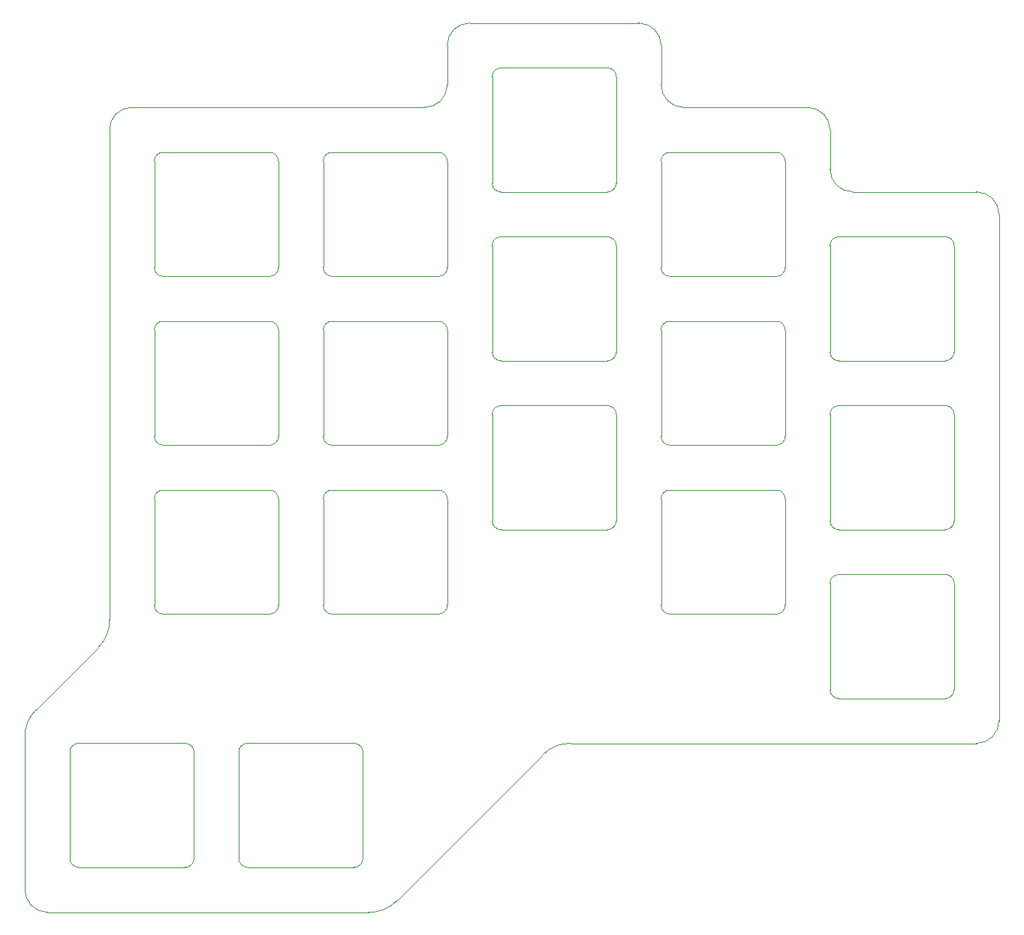
<source format=gm1>
%TF.GenerationSoftware,KiCad,Pcbnew,(6.0.6-1)-1*%
%TF.CreationDate,2022-07-19T11:16:55+08:00*%
%TF.ProjectId,Plate,506c6174-652e-46b6-9963-61645f706362,3*%
%TF.SameCoordinates,PX4955318PY48ab840*%
%TF.FileFunction,Profile,NP*%
%FSLAX46Y46*%
G04 Gerber Fmt 4.6, Leading zero omitted, Abs format (unit mm)*
G04 Created by KiCad (PCBNEW (6.0.6-1)-1) date 2022-07-19 11:16:55*
%MOMM*%
%LPD*%
G01*
G04 APERTURE LIST*
%TA.AperFunction,Profile*%
%ADD10C,0.120000*%
%TD*%
%TA.AperFunction,Profile*%
%ADD11C,0.100000*%
%TD*%
G04 APERTURE END LIST*
D10*
X59690000Y19050000D02*
X59690000Y14605000D01*
X30480001Y-50164985D02*
G75*
G03*
X27305000Y-51435000I-171201J-4175715D01*
G01*
X40640000Y28575000D02*
G75*
G03*
X38100000Y31115000I-2540000J0D01*
G01*
X16510000Y28575000D02*
X16510000Y24130000D01*
X43180000Y21590000D02*
X57150000Y21590000D01*
X78740000Y-47625000D02*
X78740000Y9525000D01*
X13970000Y21590000D02*
G75*
G03*
X16510000Y24130000I0J2540000D01*
G01*
X40640000Y28575000D02*
X40640000Y24130000D01*
X-22860001Y-39369999D02*
G75*
G03*
X-21590000Y-36195000I-2905419J3003669D01*
G01*
X-22860000Y-39370000D02*
X-29845000Y-46355000D01*
X19050000Y31115000D02*
G75*
G03*
X16510000Y28575000I0J-2540000D01*
G01*
X76200000Y-50165000D02*
G75*
G03*
X78740000Y-47625000I0J2540000D01*
G01*
X78740000Y9525000D02*
G75*
G03*
X76200000Y12065000I-2540000J0D01*
G01*
X-19050000Y21590000D02*
G75*
G03*
X-21590000Y19050000I0J-2540000D01*
G01*
X35560000Y31115000D02*
X38100000Y31115000D01*
X-19050000Y21590000D02*
X13970000Y21590000D01*
X76200000Y-50165000D02*
X30480000Y-50165000D01*
X59690000Y14605000D02*
G75*
G03*
X62230000Y12065000I2540000J0D01*
G01*
X-31115000Y-66675000D02*
G75*
G03*
X-28575000Y-69215000I2540000J0D01*
G01*
X-31115000Y-66675000D02*
X-31115000Y-49530000D01*
X62230000Y12065000D02*
X76200000Y12065000D01*
X7619999Y-69215015D02*
G75*
G03*
X10795000Y-67945000I171201J4175715D01*
G01*
X35560000Y31115000D02*
X19050000Y31115000D01*
X7620000Y-69215000D02*
X-28575000Y-69215000D01*
X59690000Y19050000D02*
G75*
G03*
X57150000Y21590000I-2540000J0D01*
G01*
X40640000Y24130000D02*
G75*
G03*
X43180000Y21590000I2540000J0D01*
G01*
X10795000Y-67945000D02*
X27305000Y-51435000D01*
X-29844999Y-46355001D02*
G75*
G03*
X-31115000Y-49530000I2905419J-3003669D01*
G01*
X-21590000Y19050000D02*
X-21590000Y-36195000D01*
D11*
X73675000Y-6000000D02*
X73675000Y6000000D01*
X59675000Y-6000000D02*
X59675000Y6000000D01*
X60675000Y7000000D02*
X72675000Y7000000D01*
X60675000Y-7000000D02*
X72675000Y-7000000D01*
X73675000Y6000000D02*
G75*
G03*
X72675000Y7000000I-1000000J0D01*
G01*
X60675000Y7000000D02*
G75*
G03*
X59675000Y6000000I-1J-999999D01*
G01*
X72675000Y-7000000D02*
G75*
G03*
X73675000Y-6000000I0J1000000D01*
G01*
X59675000Y-6000000D02*
G75*
G03*
X60675000Y-7000000I999999J-1D01*
G01*
X73675000Y-25050000D02*
X73675000Y-13050000D01*
X59675000Y-25050000D02*
X59675000Y-13050000D01*
X60675000Y-26050000D02*
X72675000Y-26050000D01*
X60675000Y-12050000D02*
X72675000Y-12050000D01*
X73675000Y-13050000D02*
G75*
G03*
X72675000Y-12050000I-1000000J0D01*
G01*
X59675000Y-25050000D02*
G75*
G03*
X60675000Y-26050000I999999J-1D01*
G01*
X72675000Y-26050000D02*
G75*
G03*
X73675000Y-25050000I0J1000000D01*
G01*
X60675000Y-12050000D02*
G75*
G03*
X59675000Y-13050000I-1J-999999D01*
G01*
X41625000Y-16525000D02*
X53625000Y-16525000D01*
X40625000Y-15525000D02*
X40625000Y-3525000D01*
X54625000Y-15525000D02*
X54625000Y-3525000D01*
X41625000Y-2525000D02*
X53625000Y-2525000D01*
X40625000Y-15525000D02*
G75*
G03*
X41625000Y-16525000I999999J-1D01*
G01*
X53625000Y-16525000D02*
G75*
G03*
X54625000Y-15525000I0J1000000D01*
G01*
X41625000Y-2525000D02*
G75*
G03*
X40625000Y-3525000I-1J-999999D01*
G01*
X54625000Y-3525000D02*
G75*
G03*
X53625000Y-2525000I-1000000J0D01*
G01*
X41625000Y16525000D02*
X53625000Y16525000D01*
X40625000Y3525000D02*
X40625000Y15525000D01*
X41625000Y2525000D02*
X53625000Y2525000D01*
X54625000Y3525000D02*
X54625000Y15525000D01*
X40625000Y3525000D02*
G75*
G03*
X41625000Y2525000I999999J-1D01*
G01*
X41625000Y16525000D02*
G75*
G03*
X40625000Y15525000I-1J-999999D01*
G01*
X53625000Y2525000D02*
G75*
G03*
X54625000Y3525000I0J1000000D01*
G01*
X54625000Y15525000D02*
G75*
G03*
X53625000Y16525000I-1000000J0D01*
G01*
X22575000Y26050000D02*
X34575000Y26050000D01*
X21575000Y13050000D02*
X21575000Y25050000D01*
X35575000Y13050000D02*
X35575000Y25050000D01*
X22575000Y12050000D02*
X34575000Y12050000D01*
X22575000Y26050000D02*
G75*
G03*
X21575000Y25050000I-1J-999999D01*
G01*
X34575000Y12050000D02*
G75*
G03*
X35575000Y13050000I0J1000000D01*
G01*
X21575000Y13050000D02*
G75*
G03*
X22575000Y12050000I999999J-1D01*
G01*
X35575000Y25050000D02*
G75*
G03*
X34575000Y26050000I-1000000J0D01*
G01*
X3525000Y16525000D02*
X15525000Y16525000D01*
X2525000Y3525000D02*
X2525000Y15525000D01*
X16525000Y3525000D02*
X16525000Y15525000D01*
X3525000Y2525000D02*
X15525000Y2525000D01*
X15525000Y2525000D02*
G75*
G03*
X16525000Y3525000I0J1000000D01*
G01*
X16525000Y15525000D02*
G75*
G03*
X15525000Y16525000I-1000000J0D01*
G01*
X3525000Y16525000D02*
G75*
G03*
X2525000Y15525000I-1J-999999D01*
G01*
X2525000Y3525000D02*
G75*
G03*
X3525000Y2525000I999999J-1D01*
G01*
X-2525000Y3525000D02*
X-2525000Y15525000D01*
X-15525000Y16525000D02*
X-3525000Y16525000D01*
X-15525000Y2525000D02*
X-3525000Y2525000D01*
X-16525000Y3525000D02*
X-16525000Y15525000D01*
X-3525000Y2525000D02*
G75*
G03*
X-2525000Y3525000I0J1000000D01*
G01*
X-16525000Y3525000D02*
G75*
G03*
X-15525000Y2525000I999999J-1D01*
G01*
X-15525000Y16525000D02*
G75*
G03*
X-16525000Y15525000I-1J-999999D01*
G01*
X-2525000Y15525000D02*
G75*
G03*
X-3525000Y16525000I-1000000J0D01*
G01*
X22575000Y7000000D02*
X34575000Y7000000D01*
X35575000Y-6000000D02*
X35575000Y6000000D01*
X21575000Y-6000000D02*
X21575000Y6000000D01*
X22575000Y-7000000D02*
X34575000Y-7000000D01*
X35575000Y6000000D02*
G75*
G03*
X34575000Y7000000I-1000000J0D01*
G01*
X34575000Y-7000000D02*
G75*
G03*
X35575000Y-6000000I0J1000000D01*
G01*
X21575000Y-6000000D02*
G75*
G03*
X22575000Y-7000000I999999J-1D01*
G01*
X22575000Y7000000D02*
G75*
G03*
X21575000Y6000000I-1J-999999D01*
G01*
X16525000Y-15525000D02*
X16525000Y-3525000D01*
X3525000Y-2525000D02*
X15525000Y-2525000D01*
X2525000Y-15525000D02*
X2525000Y-3525000D01*
X3525000Y-16525000D02*
X15525000Y-16525000D01*
X2525000Y-15525000D02*
G75*
G03*
X3525000Y-16525000I999999J-1D01*
G01*
X3525000Y-2525000D02*
G75*
G03*
X2525000Y-3525000I-1J-999999D01*
G01*
X16525000Y-3525000D02*
G75*
G03*
X15525000Y-2525000I-1000000J0D01*
G01*
X15525000Y-16525000D02*
G75*
G03*
X16525000Y-15525000I0J1000000D01*
G01*
X-16525000Y-15525000D02*
X-16525000Y-3525000D01*
X-15525000Y-16525000D02*
X-3525000Y-16525000D01*
X-15525000Y-2525000D02*
X-3525000Y-2525000D01*
X-2525000Y-15525000D02*
X-2525000Y-3525000D01*
X-16525000Y-15525000D02*
G75*
G03*
X-15525000Y-16525000I999999J-1D01*
G01*
X-15525000Y-2525000D02*
G75*
G03*
X-16525000Y-3525000I-1J-999999D01*
G01*
X-2525000Y-3525000D02*
G75*
G03*
X-3525000Y-2525000I-1000000J0D01*
G01*
X-3525000Y-16525000D02*
G75*
G03*
X-2525000Y-15525000I0J1000000D01*
G01*
X59675000Y-44100000D02*
X59675000Y-32100000D01*
X73675000Y-44100000D02*
X73675000Y-32100000D01*
X60675000Y-45100000D02*
X72675000Y-45100000D01*
X60675000Y-31100000D02*
X72675000Y-31100000D01*
X73675000Y-32100000D02*
G75*
G03*
X72675000Y-31100000I-1000000J0D01*
G01*
X59675000Y-44100000D02*
G75*
G03*
X60675000Y-45100000I999999J-1D01*
G01*
X60675000Y-31100000D02*
G75*
G03*
X59675000Y-32100000I-1J-999999D01*
G01*
X72675000Y-45100000D02*
G75*
G03*
X73675000Y-44100000I0J1000000D01*
G01*
X54625000Y-34575000D02*
X54625000Y-22575000D01*
X41625000Y-35575000D02*
X53625000Y-35575000D01*
X41625000Y-21575000D02*
X53625000Y-21575000D01*
X40625000Y-34575000D02*
X40625000Y-22575000D01*
X54625000Y-22575000D02*
G75*
G03*
X53625000Y-21575000I-1000000J0D01*
G01*
X53625000Y-35575000D02*
G75*
G03*
X54625000Y-34575000I0J1000000D01*
G01*
X41625000Y-21575000D02*
G75*
G03*
X40625000Y-22575000I-1J-999999D01*
G01*
X40625000Y-34575000D02*
G75*
G03*
X41625000Y-35575000I999999J-1D01*
G01*
X22575000Y-26050000D02*
X34575000Y-26050000D01*
X22575000Y-12050000D02*
X34575000Y-12050000D01*
X35575000Y-25050000D02*
X35575000Y-13050000D01*
X21575000Y-25050000D02*
X21575000Y-13050000D01*
X34575000Y-26050000D02*
G75*
G03*
X35575000Y-25050000I0J1000000D01*
G01*
X22575000Y-12050000D02*
G75*
G03*
X21575000Y-13050000I-1J-999999D01*
G01*
X35575000Y-13050000D02*
G75*
G03*
X34575000Y-12050000I-1000000J0D01*
G01*
X21575000Y-25050000D02*
G75*
G03*
X22575000Y-26050000I999999J-1D01*
G01*
X2525000Y-34575000D02*
X2525000Y-22575000D01*
X3525000Y-21575000D02*
X15525000Y-21575000D01*
X3525000Y-35575000D02*
X15525000Y-35575000D01*
X16525000Y-34575000D02*
X16525000Y-22575000D01*
X16525000Y-22575000D02*
G75*
G03*
X15525000Y-21575000I-1000000J0D01*
G01*
X3525000Y-21575000D02*
G75*
G03*
X2525000Y-22575000I-1J-999999D01*
G01*
X2525000Y-34575000D02*
G75*
G03*
X3525000Y-35575000I999999J-1D01*
G01*
X15525000Y-35575000D02*
G75*
G03*
X16525000Y-34575000I0J1000000D01*
G01*
X-15525000Y-21575000D02*
X-3525000Y-21575000D01*
X-15525000Y-35575000D02*
X-3525000Y-35575000D01*
X-2525000Y-34575000D02*
X-2525000Y-22575000D01*
X-16525000Y-34575000D02*
X-16525000Y-22575000D01*
X-16525000Y-34575000D02*
G75*
G03*
X-15525000Y-35575000I999999J-1D01*
G01*
X-2525000Y-22575000D02*
G75*
G03*
X-3525000Y-21575000I-1000000J0D01*
G01*
X-3525000Y-35575000D02*
G75*
G03*
X-2525000Y-34575000I0J1000000D01*
G01*
X-15525000Y-21575000D02*
G75*
G03*
X-16525000Y-22575000I-1J-999999D01*
G01*
X-6000000Y-50150000D02*
X6000000Y-50150000D01*
X7000000Y-63150000D02*
X7000000Y-51150000D01*
X-6000000Y-64150000D02*
X6000000Y-64150000D01*
X-7000000Y-63150000D02*
X-7000000Y-51150000D01*
X6000000Y-64150000D02*
G75*
G03*
X7000000Y-63150000I0J1000000D01*
G01*
X7000000Y-51150000D02*
G75*
G03*
X6000000Y-50150000I-1000000J0D01*
G01*
X-6000000Y-50150000D02*
G75*
G03*
X-7000000Y-51150000I-1J-999999D01*
G01*
X-7000000Y-63150000D02*
G75*
G03*
X-6000000Y-64150000I999999J-1D01*
G01*
X-25050000Y-50150000D02*
X-13050000Y-50150000D01*
X-26050000Y-63150000D02*
X-26050000Y-51150000D01*
X-25050000Y-64150000D02*
X-13050000Y-64150000D01*
X-12050000Y-63150000D02*
X-12050000Y-51150000D01*
X-12050000Y-51150000D02*
G75*
G03*
X-13050000Y-50150000I-1000000J0D01*
G01*
X-13050000Y-64150000D02*
G75*
G03*
X-12050000Y-63150000I0J1000000D01*
G01*
X-25050000Y-50150000D02*
G75*
G03*
X-26050000Y-51150000I-1J-999999D01*
G01*
X-26050000Y-63150000D02*
G75*
G03*
X-25050000Y-64150000I999999J-1D01*
G01*
M02*

</source>
